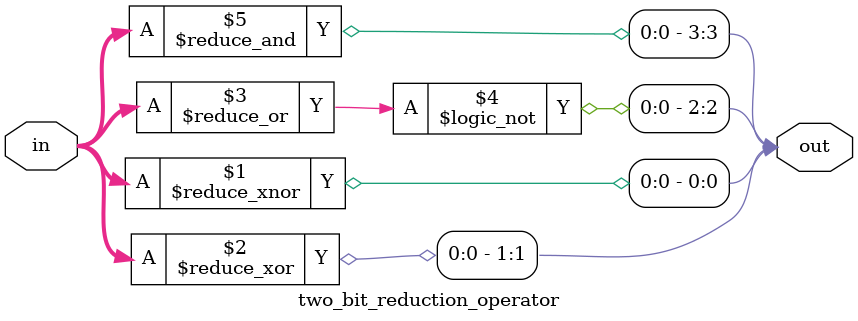
<source format=v>
`timescale 1ns / 1ps

module two_bit_reduction_operator(out, in);
    output [3:0]out;
    input [1:0]in;
    
    assign out[0] = ~^in;
    assign out[1] = ^in;
    assign out[2] = ~|in;
    assign out[3] = &in;
endmodule

</source>
